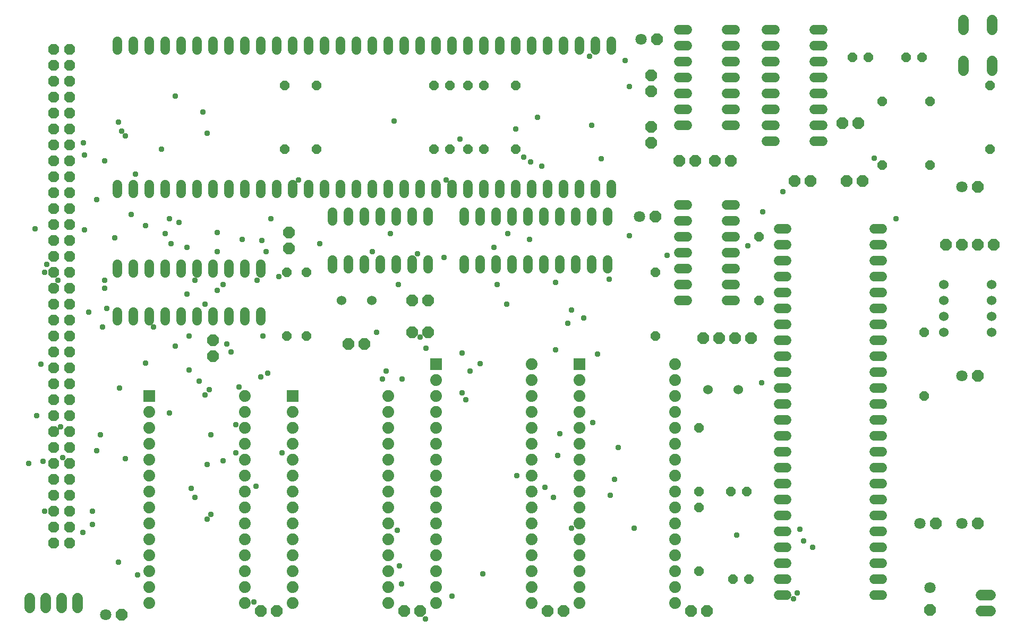
<source format=gbr>
G04 EAGLE Gerber RS-274X export*
G75*
%MOMM*%
%FSLAX34Y34*%
%LPD*%
%INSoldermask Bottom*%
%IPPOS*%
%AMOC8*
5,1,8,0,0,1.08239X$1,22.5*%
G01*
%ADD10P,1.951982X8X22.500000*%
%ADD11C,1.803400*%
%ADD12P,1.951982X8X112.500000*%
%ADD13P,1.951982X8X292.500000*%
%ADD14C,1.524000*%
%ADD15C,1.524000*%
%ADD16C,1.727200*%
%ADD17P,1.869504X8X292.500000*%
%ADD18P,1.649562X8X22.500000*%
%ADD19P,1.649562X8X202.500000*%
%ADD20P,1.649562X8X112.500000*%
%ADD21P,1.649562X8X292.500000*%
%ADD22R,1.879600X1.879600*%
%ADD23C,1.879600*%
%ADD24C,0.959600*%


D10*
X1130300Y755650D03*
X1155700Y755650D03*
X1162050Y473075D03*
X1187450Y473075D03*
X1111250Y473075D03*
X1136650Y473075D03*
X1073150Y755650D03*
X1098550Y755650D03*
X1339850Y723900D03*
X1365250Y723900D03*
X1257300Y723900D03*
X1282700Y723900D03*
X1549400Y714375D03*
D11*
X1524000Y714375D03*
D10*
X1035050Y666750D03*
D11*
X1009650Y666750D03*
D10*
X184150Y31750D03*
D11*
X158750Y31750D03*
D12*
X1028700Y866775D03*
X1028700Y892175D03*
D10*
X1333500Y815975D03*
X1358900Y815975D03*
X647700Y482600D03*
X673100Y482600D03*
X546100Y463550D03*
X571500Y463550D03*
X647700Y533400D03*
X673100Y533400D03*
X1498600Y622300D03*
X1524000Y622300D03*
X1549400Y412750D03*
D11*
X1524000Y412750D03*
D10*
X1549400Y622300D03*
X1574800Y622300D03*
X1038225Y949325D03*
D11*
X1012825Y949325D03*
D10*
X1482725Y177800D03*
D11*
X1457325Y177800D03*
D13*
X1473200Y39370D03*
D11*
X1473200Y74930D03*
D12*
X1028700Y784225D03*
X1028700Y809625D03*
D10*
X1549400Y177800D03*
D11*
X1524000Y177800D03*
D10*
X406400Y38100D03*
X431800Y38100D03*
X635000Y38100D03*
X660400Y38100D03*
X863600Y38100D03*
X889000Y38100D03*
X1092200Y38100D03*
X1117600Y38100D03*
D14*
X520700Y583946D02*
X520700Y597154D01*
X546100Y597154D02*
X546100Y583946D01*
X673100Y583946D02*
X673100Y597154D01*
X673100Y660146D02*
X673100Y673354D01*
X571500Y597154D02*
X571500Y583946D01*
X596900Y583946D02*
X596900Y597154D01*
X647700Y597154D02*
X647700Y583946D01*
X622300Y583946D02*
X622300Y597154D01*
X647700Y660146D02*
X647700Y673354D01*
X622300Y673354D02*
X622300Y660146D01*
X596900Y660146D02*
X596900Y673354D01*
X571500Y673354D02*
X571500Y660146D01*
X546100Y660146D02*
X546100Y673354D01*
X520700Y673354D02*
X520700Y660146D01*
D15*
X1495425Y558800D03*
X1495425Y533400D03*
X1571625Y533400D03*
X1571625Y558800D03*
X1495425Y508000D03*
X1495425Y482600D03*
X1571625Y508000D03*
X1571625Y482600D03*
D14*
X1086104Y685800D02*
X1072896Y685800D01*
X1072896Y660400D02*
X1086104Y660400D01*
X1086104Y533400D02*
X1072896Y533400D01*
X1149096Y533400D02*
X1162304Y533400D01*
X1086104Y635000D02*
X1072896Y635000D01*
X1072896Y609600D02*
X1086104Y609600D01*
X1086104Y558800D02*
X1072896Y558800D01*
X1072896Y584200D02*
X1086104Y584200D01*
X1149096Y558800D02*
X1162304Y558800D01*
X1162304Y584200D02*
X1149096Y584200D01*
X1149096Y609600D02*
X1162304Y609600D01*
X1162304Y635000D02*
X1149096Y635000D01*
X1149096Y660400D02*
X1162304Y660400D01*
X1162304Y685800D02*
X1149096Y685800D01*
X177800Y704596D02*
X177800Y717804D01*
X203200Y717804D02*
X203200Y704596D01*
X228600Y704596D02*
X228600Y717804D01*
X254000Y717804D02*
X254000Y704596D01*
X279400Y704596D02*
X279400Y717804D01*
X304800Y717804D02*
X304800Y704596D01*
X330200Y704596D02*
X330200Y717804D01*
X355600Y717804D02*
X355600Y704596D01*
X381000Y704596D02*
X381000Y717804D01*
X406400Y717804D02*
X406400Y704596D01*
X431800Y704596D02*
X431800Y717804D01*
X457200Y717804D02*
X457200Y704596D01*
X482600Y704596D02*
X482600Y717804D01*
X508000Y717804D02*
X508000Y704596D01*
X533400Y704596D02*
X533400Y717804D01*
X558800Y717804D02*
X558800Y704596D01*
X584200Y704596D02*
X584200Y717804D01*
X609600Y717804D02*
X609600Y704596D01*
X635000Y704596D02*
X635000Y717804D01*
X965200Y717804D02*
X965200Y704596D01*
X965200Y933196D02*
X965200Y946404D01*
X635000Y946404D02*
X635000Y933196D01*
X609600Y933196D02*
X609600Y946404D01*
X584200Y946404D02*
X584200Y933196D01*
X558800Y933196D02*
X558800Y946404D01*
X533400Y946404D02*
X533400Y933196D01*
X508000Y933196D02*
X508000Y946404D01*
X482600Y946404D02*
X482600Y933196D01*
X457200Y933196D02*
X457200Y946404D01*
X431800Y946404D02*
X431800Y933196D01*
X406400Y933196D02*
X406400Y946404D01*
X381000Y946404D02*
X381000Y933196D01*
X355600Y933196D02*
X355600Y946404D01*
X330200Y946404D02*
X330200Y933196D01*
X304800Y933196D02*
X304800Y946404D01*
X279400Y946404D02*
X279400Y933196D01*
X254000Y933196D02*
X254000Y946404D01*
X228600Y946404D02*
X228600Y933196D01*
X203200Y933196D02*
X203200Y946404D01*
X177800Y946404D02*
X177800Y933196D01*
X660400Y717804D02*
X660400Y704596D01*
X685800Y704596D02*
X685800Y717804D01*
X711200Y717804D02*
X711200Y704596D01*
X736600Y704596D02*
X736600Y717804D01*
X762000Y717804D02*
X762000Y704596D01*
X787400Y704596D02*
X787400Y717804D01*
X812800Y717804D02*
X812800Y704596D01*
X838200Y704596D02*
X838200Y717804D01*
X863600Y717804D02*
X863600Y704596D01*
X889000Y704596D02*
X889000Y717804D01*
X914400Y717804D02*
X914400Y704596D01*
X939800Y704596D02*
X939800Y717804D01*
X660400Y933196D02*
X660400Y946404D01*
X685800Y946404D02*
X685800Y933196D01*
X711200Y933196D02*
X711200Y946404D01*
X736600Y946404D02*
X736600Y933196D01*
X762000Y933196D02*
X762000Y946404D01*
X787400Y946404D02*
X787400Y933196D01*
X812800Y933196D02*
X812800Y946404D01*
X838200Y946404D02*
X838200Y933196D01*
X863600Y933196D02*
X863600Y946404D01*
X889000Y946404D02*
X889000Y933196D01*
X914400Y933196D02*
X914400Y946404D01*
X939800Y946404D02*
X939800Y933196D01*
X730250Y597154D02*
X730250Y583946D01*
X755650Y583946D02*
X755650Y597154D01*
X781050Y597154D02*
X781050Y583946D01*
X806450Y583946D02*
X806450Y597154D01*
X831850Y597154D02*
X831850Y583946D01*
X857250Y583946D02*
X857250Y597154D01*
X882650Y597154D02*
X882650Y583946D01*
X908050Y583946D02*
X908050Y597154D01*
X933450Y597154D02*
X933450Y583946D01*
X958850Y583946D02*
X958850Y597154D01*
X958850Y660146D02*
X958850Y673354D01*
X933450Y673354D02*
X933450Y660146D01*
X908050Y660146D02*
X908050Y673354D01*
X882650Y673354D02*
X882650Y660146D01*
X857250Y660146D02*
X857250Y673354D01*
X831850Y673354D02*
X831850Y660146D01*
X806450Y660146D02*
X806450Y673354D01*
X781050Y673354D02*
X781050Y660146D01*
X755650Y660146D02*
X755650Y673354D01*
X730250Y673354D02*
X730250Y660146D01*
X1072896Y965200D02*
X1086104Y965200D01*
X1086104Y939800D02*
X1072896Y939800D01*
X1072896Y812800D02*
X1086104Y812800D01*
X1149096Y812800D02*
X1162304Y812800D01*
X1086104Y914400D02*
X1072896Y914400D01*
X1072896Y889000D02*
X1086104Y889000D01*
X1086104Y838200D02*
X1072896Y838200D01*
X1072896Y863600D02*
X1086104Y863600D01*
X1149096Y838200D02*
X1162304Y838200D01*
X1162304Y863600D02*
X1149096Y863600D01*
X1149096Y889000D02*
X1162304Y889000D01*
X1162304Y914400D02*
X1149096Y914400D01*
X1149096Y939800D02*
X1162304Y939800D01*
X1162304Y965200D02*
X1149096Y965200D01*
X1231646Y647700D02*
X1244854Y647700D01*
X1244854Y622300D02*
X1231646Y622300D01*
X1231646Y596900D02*
X1244854Y596900D01*
X1244854Y571500D02*
X1231646Y571500D01*
X1231646Y546100D02*
X1244854Y546100D01*
X1244854Y520700D02*
X1231646Y520700D01*
X1231646Y495300D02*
X1244854Y495300D01*
X1244854Y469900D02*
X1231646Y469900D01*
X1231646Y444500D02*
X1244854Y444500D01*
X1244854Y419100D02*
X1231646Y419100D01*
X1231646Y393700D02*
X1244854Y393700D01*
X1244854Y368300D02*
X1231646Y368300D01*
X1231646Y342900D02*
X1244854Y342900D01*
X1244854Y317500D02*
X1231646Y317500D01*
X1231646Y292100D02*
X1244854Y292100D01*
X1244854Y266700D02*
X1231646Y266700D01*
X1231646Y241300D02*
X1244854Y241300D01*
X1244854Y215900D02*
X1231646Y215900D01*
X1231646Y190500D02*
X1244854Y190500D01*
X1244854Y165100D02*
X1231646Y165100D01*
X1231646Y139700D02*
X1244854Y139700D01*
X1244854Y114300D02*
X1231646Y114300D01*
X1231646Y88900D02*
X1244854Y88900D01*
X1244854Y63500D02*
X1231646Y63500D01*
X1384046Y63500D02*
X1397254Y63500D01*
X1397254Y88900D02*
X1384046Y88900D01*
X1384046Y114300D02*
X1397254Y114300D01*
X1397254Y139700D02*
X1384046Y139700D01*
X1384046Y165100D02*
X1397254Y165100D01*
X1397254Y190500D02*
X1384046Y190500D01*
X1384046Y215900D02*
X1397254Y215900D01*
X1397254Y241300D02*
X1384046Y241300D01*
X1384046Y266700D02*
X1397254Y266700D01*
X1397254Y292100D02*
X1384046Y292100D01*
X1384046Y317500D02*
X1397254Y317500D01*
X1397254Y342900D02*
X1384046Y342900D01*
X1384046Y368300D02*
X1397254Y368300D01*
X1397254Y393700D02*
X1384046Y393700D01*
X1384046Y419100D02*
X1397254Y419100D01*
X1397254Y444500D02*
X1384046Y444500D01*
X1384046Y469900D02*
X1397254Y469900D01*
X1397254Y495300D02*
X1384046Y495300D01*
X1384046Y520700D02*
X1397254Y520700D01*
X1397254Y546100D02*
X1384046Y546100D01*
X1384046Y571500D02*
X1397254Y571500D01*
X1397254Y596900D02*
X1384046Y596900D01*
X1384046Y622300D02*
X1397254Y622300D01*
X1397254Y647700D02*
X1384046Y647700D01*
X1225804Y965200D02*
X1212596Y965200D01*
X1212596Y939800D02*
X1225804Y939800D01*
X1225804Y812800D02*
X1212596Y812800D01*
X1212596Y787400D02*
X1225804Y787400D01*
X1225804Y914400D02*
X1212596Y914400D01*
X1212596Y889000D02*
X1225804Y889000D01*
X1225804Y838200D02*
X1212596Y838200D01*
X1212596Y863600D02*
X1225804Y863600D01*
X1288796Y787400D02*
X1302004Y787400D01*
X1302004Y812800D02*
X1288796Y812800D01*
X1288796Y838200D02*
X1302004Y838200D01*
X1302004Y863600D02*
X1288796Y863600D01*
X1288796Y889000D02*
X1302004Y889000D01*
X1302004Y914400D02*
X1288796Y914400D01*
X1288796Y939800D02*
X1302004Y939800D01*
X1302004Y965200D02*
X1288796Y965200D01*
D16*
X38100Y58420D02*
X38100Y43180D01*
X63500Y43180D02*
X63500Y58420D01*
X88900Y58420D02*
X88900Y43180D01*
X114300Y43180D02*
X114300Y58420D01*
X1554480Y63500D02*
X1569720Y63500D01*
X1569720Y38100D02*
X1554480Y38100D01*
D17*
X76200Y933450D03*
X101600Y933450D03*
X76200Y908050D03*
X101600Y908050D03*
X76200Y882650D03*
X101600Y882650D03*
X76200Y857250D03*
X101600Y857250D03*
X76200Y831850D03*
X101600Y831850D03*
X76200Y806450D03*
X101600Y806450D03*
X76200Y781050D03*
X101600Y781050D03*
X76200Y755650D03*
X101600Y755650D03*
X76200Y730250D03*
X101600Y730250D03*
X76200Y704850D03*
X101600Y704850D03*
X76200Y679450D03*
X101600Y679450D03*
X76200Y654050D03*
X101600Y654050D03*
X76200Y628650D03*
X101600Y628650D03*
X76200Y603250D03*
X101600Y603250D03*
X76200Y577850D03*
X101600Y577850D03*
X76200Y552450D03*
X101600Y552450D03*
X76200Y527050D03*
X101600Y527050D03*
X76200Y501650D03*
X101600Y501650D03*
X76200Y476250D03*
X101600Y476250D03*
X76200Y450850D03*
X101600Y450850D03*
X76200Y425450D03*
X101600Y425450D03*
X76200Y400050D03*
X101600Y400050D03*
X76200Y374650D03*
X101600Y374650D03*
X76200Y349250D03*
X101600Y349250D03*
X76200Y323850D03*
X101600Y323850D03*
X76200Y298450D03*
X101600Y298450D03*
X76200Y273050D03*
X101600Y273050D03*
X76200Y247650D03*
X101600Y247650D03*
X76200Y222250D03*
X101600Y222250D03*
X76200Y196850D03*
X101600Y196850D03*
X76200Y171450D03*
X101600Y171450D03*
X76200Y146050D03*
X101600Y146050D03*
D18*
X1155700Y228600D03*
X1181100Y228600D03*
X1158875Y88900D03*
X1184275Y88900D03*
X1435100Y920750D03*
X1460500Y920750D03*
D19*
X1374775Y920750D03*
X1349375Y920750D03*
D15*
X1167130Y390525D03*
X1118870Y390525D03*
X534670Y533400D03*
X582930Y533400D03*
D20*
X682625Y774700D03*
X682625Y876300D03*
X444500Y774700D03*
X444500Y876300D03*
X479425Y476250D03*
X479425Y577850D03*
X708025Y774700D03*
X708025Y876300D03*
X1463675Y381000D03*
X1463675Y482600D03*
X1568450Y774700D03*
X1568450Y876300D03*
X1473200Y749300D03*
X1473200Y850900D03*
D21*
X1397000Y850900D03*
X1397000Y749300D03*
D20*
X1200150Y533400D03*
X1200150Y635000D03*
D21*
X1035050Y577850D03*
X1035050Y476250D03*
D20*
X1104900Y228600D03*
X1104900Y330200D03*
X1104900Y101600D03*
X1104900Y203200D03*
X736600Y774700D03*
X736600Y876300D03*
D21*
X447675Y577850D03*
X447675Y476250D03*
D20*
X762000Y774700D03*
X762000Y876300D03*
X812800Y774700D03*
X812800Y876300D03*
X495300Y774700D03*
X495300Y876300D03*
D16*
X1526794Y899668D02*
X1526794Y914908D01*
X1572006Y914908D02*
X1572006Y899668D01*
X1526794Y964692D02*
X1526794Y979932D01*
X1572006Y979932D02*
X1572006Y964692D01*
D22*
X228600Y381000D03*
D23*
X228600Y355600D03*
X228600Y330200D03*
X228600Y304800D03*
X228600Y279400D03*
X228600Y254000D03*
X228600Y228600D03*
X228600Y203200D03*
X228600Y177800D03*
X228600Y152400D03*
X228600Y127000D03*
X228600Y101600D03*
X228600Y76200D03*
X228600Y50800D03*
X381000Y50800D03*
X381000Y76200D03*
X381000Y101600D03*
X381000Y127000D03*
X381000Y152400D03*
X381000Y177800D03*
X381000Y203200D03*
X381000Y228600D03*
X381000Y254000D03*
X381000Y279400D03*
X381000Y304800D03*
X381000Y330200D03*
X381000Y355600D03*
X381000Y381000D03*
D22*
X457200Y381000D03*
D23*
X457200Y355600D03*
X457200Y330200D03*
X457200Y304800D03*
X457200Y279400D03*
X457200Y254000D03*
X457200Y228600D03*
X457200Y203200D03*
X457200Y177800D03*
X457200Y152400D03*
X457200Y127000D03*
X457200Y101600D03*
X457200Y76200D03*
X457200Y50800D03*
X609600Y50800D03*
X609600Y76200D03*
X609600Y101600D03*
X609600Y127000D03*
X609600Y152400D03*
X609600Y177800D03*
X609600Y203200D03*
X609600Y228600D03*
X609600Y254000D03*
X609600Y279400D03*
X609600Y304800D03*
X609600Y330200D03*
X609600Y355600D03*
X609600Y381000D03*
D22*
X685800Y431800D03*
D23*
X685800Y406400D03*
X685800Y381000D03*
X685800Y355600D03*
X685800Y330200D03*
X685800Y304800D03*
X685800Y279400D03*
X685800Y254000D03*
X685800Y228600D03*
X685800Y203200D03*
X685800Y177800D03*
X685800Y152400D03*
X685800Y127000D03*
X685800Y101600D03*
X685800Y76200D03*
X685800Y50800D03*
X838200Y50800D03*
X838200Y76200D03*
X838200Y101600D03*
X838200Y127000D03*
X838200Y152400D03*
X838200Y177800D03*
X838200Y203200D03*
X838200Y228600D03*
X838200Y254000D03*
X838200Y279400D03*
X838200Y304800D03*
X838200Y330200D03*
X838200Y355600D03*
X838200Y381000D03*
X838200Y406400D03*
X838200Y431800D03*
D22*
X914400Y431800D03*
D23*
X914400Y406400D03*
X914400Y381000D03*
X914400Y355600D03*
X914400Y330200D03*
X914400Y304800D03*
X914400Y279400D03*
X914400Y254000D03*
X914400Y228600D03*
X914400Y203200D03*
X914400Y177800D03*
X914400Y152400D03*
X914400Y127000D03*
X914400Y101600D03*
X914400Y76200D03*
X914400Y50800D03*
X1066800Y50800D03*
X1066800Y76200D03*
X1066800Y101600D03*
X1066800Y127000D03*
X1066800Y152400D03*
X1066800Y177800D03*
X1066800Y203200D03*
X1066800Y228600D03*
X1066800Y254000D03*
X1066800Y279400D03*
X1066800Y304800D03*
X1066800Y330200D03*
X1066800Y355600D03*
X1066800Y381000D03*
X1066800Y406400D03*
X1066800Y431800D03*
D14*
X177800Y501396D02*
X177800Y514604D01*
X203200Y514604D02*
X203200Y501396D01*
X228600Y501396D02*
X228600Y514604D01*
X254000Y514604D02*
X254000Y501396D01*
X279400Y501396D02*
X279400Y514604D01*
X304800Y514604D02*
X304800Y501396D01*
X330200Y501396D02*
X330200Y514604D01*
X355600Y514604D02*
X355600Y501396D01*
X381000Y501396D02*
X381000Y514604D01*
X406400Y514604D02*
X406400Y501396D01*
X406400Y577596D02*
X406400Y590804D01*
X381000Y590804D02*
X381000Y577596D01*
X355600Y577596D02*
X355600Y590804D01*
X330200Y590804D02*
X330200Y577596D01*
X304800Y577596D02*
X304800Y590804D01*
X279400Y590804D02*
X279400Y577596D01*
X254000Y577596D02*
X254000Y590804D01*
X228600Y590804D02*
X228600Y577596D01*
X203200Y577596D02*
X203200Y590804D01*
X177800Y590804D02*
X177800Y577596D01*
D12*
X330200Y444500D03*
X330200Y469900D03*
D13*
X450850Y641350D03*
X450850Y615950D03*
D24*
X623888Y166688D03*
X314325Y833438D03*
X292100Y476250D03*
X625475Y558800D03*
X288925Y542925D03*
X627063Y109538D03*
X269875Y858838D03*
X269875Y460375D03*
X631825Y407988D03*
X292100Y422275D03*
X760413Y96838D03*
X222250Y433388D03*
X606425Y420688D03*
X307975Y404813D03*
X600075Y407988D03*
X317500Y382588D03*
X395288Y52388D03*
X276225Y657225D03*
X125413Y646113D03*
X209550Y95250D03*
X711200Y61913D03*
X630238Y80963D03*
X150813Y319088D03*
X327025Y319088D03*
X858838Y234950D03*
X398463Y236538D03*
X144463Y293688D03*
X439738Y290513D03*
X879475Y285750D03*
X876300Y454025D03*
X320675Y271463D03*
X1265238Y168275D03*
X179388Y115888D03*
X1271588Y149225D03*
X327025Y192088D03*
X144463Y693738D03*
X138113Y196850D03*
X1001713Y169863D03*
X320675Y184150D03*
X138113Y176213D03*
X668338Y25400D03*
X1285875Y139700D03*
X1165225Y158750D03*
X701675Y725488D03*
X260350Y663575D03*
X847725Y825500D03*
X371475Y395288D03*
X500063Y623888D03*
X323850Y390525D03*
X352425Y463550D03*
X409575Y476250D03*
X417513Y417513D03*
X739775Y420688D03*
X727075Y385763D03*
X698500Y601663D03*
X727075Y449263D03*
X153988Y490538D03*
X180975Y393700D03*
X798513Y527050D03*
X993775Y874713D03*
X660400Y474663D03*
X987425Y915988D03*
X723900Y790575D03*
X65088Y590550D03*
X733425Y374650D03*
X55563Y431800D03*
X406400Y411163D03*
X814388Y254000D03*
X854075Y747713D03*
X836613Y754063D03*
X87313Y331788D03*
X930275Y922338D03*
X935038Y338138D03*
X49213Y349250D03*
X882650Y320675D03*
X190500Y795338D03*
X190500Y280988D03*
X976313Y298450D03*
X58738Y276225D03*
X1204913Y401638D03*
X1238250Y706438D03*
X36513Y273050D03*
X969963Y247650D03*
X962025Y566738D03*
X933450Y812800D03*
X963613Y222250D03*
X61913Y196850D03*
X920750Y504825D03*
X895350Y496888D03*
X122238Y163513D03*
X755650Y432118D03*
X655638Y608013D03*
X669925Y457200D03*
X1384300Y760413D03*
X123825Y784225D03*
X173038Y633413D03*
X184150Y803275D03*
X812800Y806450D03*
X336550Y641350D03*
X61913Y577850D03*
X336550Y611188D03*
X346075Y277813D03*
X90488Y282575D03*
X366713Y290513D03*
X1054100Y604838D03*
X612775Y639763D03*
X993775Y636588D03*
X590550Y482600D03*
X366713Y334963D03*
X466725Y725488D03*
X584200Y611188D03*
X619125Y819150D03*
X346075Y558800D03*
X407988Y628650D03*
X317500Y527050D03*
X876300Y561975D03*
X254000Y639763D03*
X46038Y647700D03*
X782638Y558800D03*
X400050Y565150D03*
X1206500Y674688D03*
X260350Y354013D03*
X949325Y758825D03*
X320675Y800100D03*
X414338Y611188D03*
X82550Y565150D03*
X222250Y652463D03*
X825500Y762000D03*
X125413Y765175D03*
X200025Y669925D03*
X206375Y735013D03*
X131763Y514350D03*
X295275Y233363D03*
X263525Y623888D03*
X247650Y774700D03*
X301625Y219075D03*
X873125Y219075D03*
X157163Y565150D03*
X301625Y565150D03*
X288925Y617538D03*
X777875Y617538D03*
X160338Y520700D03*
X901700Y169863D03*
X901700Y517525D03*
X234950Y490538D03*
X179388Y817563D03*
X358775Y450850D03*
X942975Y447675D03*
X376238Y630238D03*
X800100Y639763D03*
X422275Y663575D03*
X835025Y630238D03*
X157163Y755650D03*
X157163Y552450D03*
X336550Y549275D03*
X1182688Y620713D03*
X434975Y571500D03*
X1261781Y66675D03*
X1255713Y57150D03*
X1419225Y663575D03*
M02*

</source>
